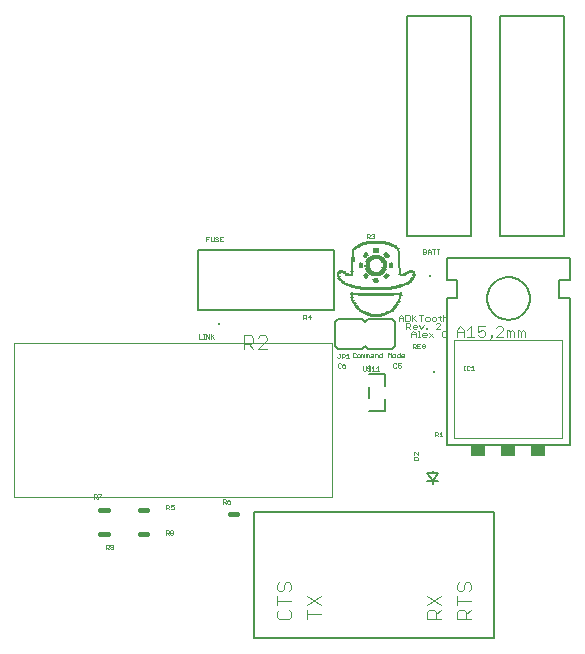
<source format=gto>
G75*
G70*
%OFA0B0*%
%FSLAX24Y24*%
%IPPOS*%
%LPD*%
%AMOC8*
5,1,8,0,0,1.08239X$1,22.5*
%
%ADD10R,0.0420X0.0030*%
%ADD11R,0.0600X0.0030*%
%ADD12R,0.0750X0.0030*%
%ADD13R,0.0270X0.0030*%
%ADD14R,0.0240X0.0030*%
%ADD15R,0.0210X0.0030*%
%ADD16R,0.0180X0.0030*%
%ADD17R,0.0150X0.0030*%
%ADD18R,0.0120X0.0030*%
%ADD19R,0.0090X0.0030*%
%ADD20R,0.1230X0.0030*%
%ADD21R,0.1740X0.0030*%
%ADD22R,0.0300X0.0030*%
%ADD23R,0.1050X0.0030*%
%ADD24R,0.1410X0.0030*%
%ADD25R,0.1650X0.0030*%
%ADD26R,0.0060X0.0030*%
%ADD27R,0.0360X0.0030*%
%ADD28R,0.0450X0.0030*%
%ADD29R,0.0540X0.0030*%
%ADD30R,0.0030X0.0030*%
%ADD31R,0.0570X0.0030*%
%ADD32R,0.0330X0.0030*%
%ADD33R,0.0480X0.0030*%
%ADD34R,0.0390X0.0030*%
%ADD35R,0.1080X0.0030*%
%ADD36R,0.0930X0.0030*%
%ADD37R,0.0660X0.0030*%
%ADD38C,0.0020*%
%ADD39C,0.0010*%
%ADD40C,0.0160*%
%ADD41C,0.0050*%
%ADD42C,0.0040*%
%ADD43C,0.0060*%
%ADD44R,0.0500X0.0350*%
%ADD45R,0.0079X0.0079*%
%ADD46C,0.0000*%
D10*
X013045Y012165D03*
X013735Y013155D03*
X012325Y013155D03*
D11*
X013045Y012195D03*
X013045Y014085D03*
D12*
X013030Y012225D03*
D13*
X012730Y012255D03*
X012310Y012945D03*
X012130Y013575D03*
X011890Y013665D03*
X013030Y014205D03*
D14*
X012835Y014055D03*
X012835Y013665D03*
X013045Y013515D03*
X013945Y013215D03*
X014185Y013665D03*
X013585Y014535D03*
X012145Y013545D03*
X012115Y013215D03*
X012655Y012285D03*
X013345Y012255D03*
D15*
X013420Y012285D03*
X013030Y013335D03*
X013030Y013365D03*
X012700Y013515D03*
X013240Y013665D03*
X013270Y013695D03*
X013390Y013515D03*
X013270Y014025D03*
X013240Y014055D03*
X013390Y014205D03*
X012700Y014205D03*
X012430Y014505D03*
X012490Y014535D03*
X013930Y013545D03*
X014050Y013605D03*
X014020Y013245D03*
D16*
X014065Y013275D03*
X014125Y013305D03*
X013405Y013545D03*
X013375Y013485D03*
X013285Y013725D03*
X013315Y013785D03*
X013315Y013965D03*
X013285Y013995D03*
X013405Y014175D03*
X013375Y014235D03*
X013045Y014295D03*
X013045Y014325D03*
X013045Y014355D03*
X013045Y014385D03*
X013045Y014415D03*
X012805Y014025D03*
X012775Y013995D03*
X012745Y013875D03*
X012745Y013845D03*
X012775Y013755D03*
X012775Y013725D03*
X012805Y013695D03*
X012685Y013545D03*
X013015Y013395D03*
X012175Y013515D03*
X012025Y013605D03*
X011995Y013275D03*
X012055Y013245D03*
X012595Y012315D03*
X013465Y012315D03*
X013525Y012345D03*
X013645Y014505D03*
X012385Y014475D03*
D17*
X012340Y014445D03*
X012670Y014175D03*
X012700Y014235D03*
X012760Y013965D03*
X012760Y013935D03*
X012760Y013905D03*
X012760Y013815D03*
X012760Y013785D03*
X012550Y013815D03*
X012550Y013845D03*
X012550Y013875D03*
X012550Y013905D03*
X012550Y013935D03*
X012700Y013485D03*
X013030Y013425D03*
X013030Y013305D03*
X013300Y013755D03*
X013330Y013815D03*
X013330Y013845D03*
X013330Y013875D03*
X013330Y013905D03*
X013330Y013935D03*
X013540Y013875D03*
X013900Y013515D03*
X014170Y013335D03*
X014200Y013365D03*
X014230Y013395D03*
X014200Y013695D03*
X013690Y014475D03*
X011950Y013305D03*
X011920Y013335D03*
X012520Y012375D03*
X012550Y012345D03*
X013570Y012375D03*
X013600Y012405D03*
X013630Y012435D03*
X013660Y012465D03*
D18*
X013675Y012495D03*
X013705Y012525D03*
X013735Y012555D03*
X013765Y012615D03*
X013795Y012675D03*
X013855Y012855D03*
X014245Y013425D03*
X014275Y013455D03*
X014305Y013515D03*
X014305Y013575D03*
X013525Y013785D03*
X013525Y013815D03*
X013525Y013845D03*
X013525Y013905D03*
X013525Y013935D03*
X013405Y014145D03*
X013375Y014265D03*
X013735Y014445D03*
X013765Y014415D03*
X013405Y013575D03*
X013375Y013455D03*
X012715Y013455D03*
X012685Y013575D03*
X012535Y013785D03*
X012235Y013665D03*
X012265Y013995D03*
X012265Y014025D03*
X012265Y014055D03*
X012265Y014085D03*
X012265Y014115D03*
X012295Y014385D03*
X012325Y014415D03*
X012715Y014265D03*
X011875Y013695D03*
X011785Y013605D03*
X011785Y013485D03*
X011815Y013425D03*
X011845Y013395D03*
X011875Y013365D03*
X012235Y012795D03*
X012265Y012705D03*
X012295Y012645D03*
X012325Y012585D03*
X012355Y012525D03*
X012385Y012495D03*
X012415Y012465D03*
X012445Y012435D03*
X012475Y012405D03*
D19*
X012340Y012555D03*
X012310Y012615D03*
X012280Y012675D03*
X012250Y012735D03*
X012250Y012765D03*
X012220Y012825D03*
X012220Y012855D03*
X012220Y012975D03*
X012220Y013605D03*
X012220Y013635D03*
X012250Y013695D03*
X012250Y013725D03*
X012250Y013755D03*
X012250Y013785D03*
X012250Y013815D03*
X012250Y013845D03*
X012250Y013875D03*
X012250Y013905D03*
X012250Y013935D03*
X012250Y013965D03*
X012280Y014145D03*
X012280Y014175D03*
X012280Y014205D03*
X012280Y014235D03*
X012280Y014265D03*
X012280Y014295D03*
X012280Y014325D03*
X012280Y014355D03*
X012670Y014145D03*
X011770Y013575D03*
X011770Y013545D03*
X011770Y013515D03*
X011800Y013455D03*
X013810Y013785D03*
X013810Y013815D03*
X013810Y013845D03*
X013810Y013875D03*
X013810Y013905D03*
X013810Y013935D03*
X013810Y013965D03*
X013810Y013995D03*
X013810Y014025D03*
X013810Y014055D03*
X013810Y014085D03*
X013810Y014115D03*
X013810Y014145D03*
X013810Y014175D03*
X013810Y014205D03*
X013810Y014235D03*
X013810Y014265D03*
X013810Y014295D03*
X013810Y014325D03*
X013780Y014355D03*
X013780Y014385D03*
X013840Y013755D03*
X013840Y013725D03*
X013840Y013695D03*
X013840Y013665D03*
X013840Y013635D03*
X013840Y013605D03*
X014290Y013605D03*
X014320Y013545D03*
X014290Y013485D03*
X013870Y012975D03*
X013840Y012825D03*
X013840Y012795D03*
X013840Y012765D03*
X013810Y012735D03*
X013810Y012705D03*
X013780Y012645D03*
X013750Y012585D03*
D20*
X013030Y012855D03*
D21*
X013045Y012885D03*
X013045Y012915D03*
D22*
X013765Y012945D03*
X013855Y013185D03*
X013945Y013575D03*
X013495Y014565D03*
X012595Y014565D03*
X011905Y013635D03*
X012205Y013185D03*
D23*
X013030Y013065D03*
D24*
X013030Y013095D03*
D25*
X013030Y013125D03*
D26*
X012715Y013425D03*
X012685Y013605D03*
X013375Y013425D03*
X012685Y014115D03*
X012715Y014295D03*
X013375Y014295D03*
D27*
X013045Y013545D03*
D28*
X013030Y013575D03*
D29*
X013045Y013605D03*
X013045Y014115D03*
D30*
X013390Y014115D03*
X013570Y013965D03*
X013390Y013605D03*
X012520Y013965D03*
D31*
X013030Y013635D03*
D32*
X014170Y013635D03*
D33*
X013045Y014145D03*
D34*
X013030Y014175D03*
D35*
X013045Y014595D03*
D36*
X013030Y014625D03*
D37*
X013045Y014655D03*
D38*
X012953Y014785D02*
X012906Y014785D01*
X012883Y014808D01*
X012829Y014785D02*
X012782Y014832D01*
X012805Y014832D02*
X012735Y014832D01*
X012735Y014785D02*
X012735Y014925D01*
X012805Y014925D01*
X012829Y014902D01*
X012829Y014855D01*
X012805Y014832D01*
X012883Y014902D02*
X012906Y014925D01*
X012953Y014925D01*
X012976Y014902D01*
X012976Y014878D01*
X012953Y014855D01*
X012976Y014832D01*
X012976Y014808D01*
X012953Y014785D01*
X012953Y014855D02*
X012929Y014855D01*
X014610Y014415D02*
X014610Y014275D01*
X014680Y014275D01*
X014703Y014298D01*
X014703Y014322D01*
X014680Y014345D01*
X014610Y014345D01*
X014680Y014345D02*
X014703Y014368D01*
X014703Y014392D01*
X014680Y014415D01*
X014610Y014415D01*
X014757Y014368D02*
X014804Y014415D01*
X014851Y014368D01*
X014851Y014275D01*
X014851Y014345D02*
X014757Y014345D01*
X014757Y014368D02*
X014757Y014275D01*
X014951Y014275D02*
X014951Y014415D01*
X014905Y014415D02*
X014998Y014415D01*
X015052Y014415D02*
X015145Y014415D01*
X015099Y014415D02*
X015099Y014275D01*
X015263Y012245D02*
X015263Y012025D01*
X015189Y012025D02*
X015153Y012062D01*
X015153Y012208D01*
X015189Y012172D02*
X015116Y012172D01*
X015042Y012135D02*
X015005Y012172D01*
X014932Y012172D01*
X014895Y012135D01*
X014895Y012062D01*
X014932Y012025D01*
X015005Y012025D01*
X015042Y012062D01*
X015042Y012135D01*
X015061Y011975D02*
X015024Y011938D01*
X015061Y011975D02*
X015135Y011975D01*
X015171Y011938D01*
X015171Y011902D01*
X015024Y011755D01*
X015171Y011755D01*
X015241Y011668D02*
X015241Y011522D01*
X015278Y011485D01*
X015351Y011485D01*
X015388Y011522D01*
X015388Y011668D02*
X015351Y011705D01*
X015278Y011705D01*
X015241Y011668D01*
X014946Y011632D02*
X014799Y011485D01*
X014725Y011558D02*
X014578Y011558D01*
X014578Y011522D02*
X014578Y011595D01*
X014615Y011632D01*
X014688Y011632D01*
X014725Y011595D01*
X014725Y011558D01*
X014688Y011485D02*
X014615Y011485D01*
X014578Y011522D01*
X014504Y011485D02*
X014431Y011485D01*
X014468Y011485D02*
X014468Y011705D01*
X014431Y011705D01*
X014361Y011755D02*
X014288Y011755D01*
X014251Y011792D01*
X014251Y011865D01*
X014288Y011902D01*
X014361Y011902D01*
X014398Y011865D01*
X014398Y011828D01*
X014251Y011828D01*
X014177Y011865D02*
X014140Y011828D01*
X014030Y011828D01*
X014030Y011755D02*
X014030Y011975D01*
X014140Y011975D01*
X014177Y011938D01*
X014177Y011865D01*
X014103Y011828D02*
X014177Y011755D01*
X014283Y011705D02*
X014210Y011632D01*
X014210Y011485D01*
X014210Y011595D02*
X014357Y011595D01*
X014357Y011632D02*
X014357Y011485D01*
X014357Y011632D02*
X014283Y011705D01*
X014545Y011755D02*
X014472Y011902D01*
X014526Y012025D02*
X014526Y012245D01*
X014453Y012245D02*
X014600Y012245D01*
X014674Y012135D02*
X014674Y012062D01*
X014711Y012025D01*
X014784Y012025D01*
X014821Y012062D01*
X014821Y012135D01*
X014784Y012172D01*
X014711Y012172D01*
X014674Y012135D01*
X014619Y011902D02*
X014545Y011755D01*
X014693Y011755D02*
X014730Y011755D01*
X014730Y011792D01*
X014693Y011792D01*
X014693Y011755D01*
X014799Y011632D02*
X014946Y011485D01*
X014658Y011242D02*
X014635Y011265D01*
X014588Y011265D01*
X014565Y011242D01*
X014565Y011148D01*
X014588Y011125D01*
X014635Y011125D01*
X014658Y011148D01*
X014658Y011195D01*
X014611Y011195D01*
X014511Y011125D02*
X014417Y011125D01*
X014417Y011265D01*
X014511Y011265D01*
X014464Y011195D02*
X014417Y011195D01*
X014363Y011195D02*
X014340Y011172D01*
X014270Y011172D01*
X014317Y011172D02*
X014363Y011125D01*
X014363Y011195D02*
X014363Y011242D01*
X014340Y011265D01*
X014270Y011265D01*
X014270Y011125D01*
X014232Y012025D02*
X014232Y012245D01*
X014158Y012208D02*
X014121Y012245D01*
X014011Y012245D01*
X014011Y012025D01*
X014121Y012025D01*
X014158Y012062D01*
X014158Y012208D01*
X014232Y012098D02*
X014379Y012245D01*
X014269Y012135D02*
X014379Y012025D01*
X013937Y012025D02*
X013937Y012172D01*
X013863Y012245D01*
X013790Y012172D01*
X013790Y012025D01*
X013790Y012135D02*
X013937Y012135D01*
X015263Y012135D02*
X015300Y012172D01*
X015373Y012172D01*
X015410Y012135D01*
X015410Y012025D01*
X015650Y011385D02*
X015650Y008135D01*
X019250Y008135D01*
X019250Y011385D01*
X015650Y011385D01*
X015960Y010535D02*
X016007Y010535D01*
X015983Y010535D02*
X015983Y010395D01*
X015960Y010395D02*
X016007Y010395D01*
X016058Y010418D02*
X016082Y010395D01*
X016128Y010395D01*
X016152Y010418D01*
X016206Y010395D02*
X016299Y010395D01*
X016252Y010395D02*
X016252Y010535D01*
X016206Y010488D01*
X016152Y010512D02*
X016128Y010535D01*
X016082Y010535D01*
X016058Y010512D01*
X016058Y010418D01*
X015199Y008325D02*
X015199Y008185D01*
X015153Y008185D02*
X015246Y008185D01*
X015153Y008278D02*
X015199Y008325D01*
X015099Y008302D02*
X015099Y008255D01*
X015075Y008232D01*
X015005Y008232D01*
X015005Y008185D02*
X015005Y008325D01*
X015075Y008325D01*
X015099Y008302D01*
X015052Y008232D02*
X015099Y008185D01*
X012138Y010795D02*
X012045Y010795D01*
X012091Y010795D02*
X012091Y010935D01*
X012045Y010888D01*
X011991Y010865D02*
X011967Y010842D01*
X011897Y010842D01*
X011897Y010795D02*
X011897Y010935D01*
X011967Y010935D01*
X011991Y010912D01*
X011991Y010865D01*
X011843Y010935D02*
X011797Y010935D01*
X011820Y010935D02*
X011820Y010818D01*
X011797Y010795D01*
X011773Y010795D01*
X011750Y010818D01*
D39*
X004030Y004580D02*
X004030Y004430D01*
X004030Y004480D02*
X004105Y004480D01*
X004130Y004505D01*
X004130Y004555D01*
X004105Y004580D01*
X004030Y004580D01*
X004080Y004480D02*
X004130Y004430D01*
X004178Y004455D02*
X004203Y004430D01*
X004253Y004430D01*
X004278Y004455D01*
X004278Y004555D01*
X004253Y004580D01*
X004203Y004580D01*
X004178Y004555D01*
X004178Y004530D01*
X004203Y004505D01*
X004278Y004505D01*
X006025Y004900D02*
X006025Y005050D01*
X006100Y005050D01*
X006125Y005025D01*
X006125Y004975D01*
X006100Y004950D01*
X006025Y004950D01*
X006075Y004950D02*
X006125Y004900D01*
X006172Y004925D02*
X006197Y004900D01*
X006247Y004900D01*
X006272Y004925D01*
X006272Y004950D01*
X006247Y004975D01*
X006197Y004975D01*
X006172Y005000D01*
X006172Y005025D01*
X006197Y005050D01*
X006247Y005050D01*
X006272Y005025D01*
X006272Y005000D01*
X006247Y004975D01*
X006197Y004975D02*
X006172Y004950D01*
X006172Y004925D01*
X006140Y005750D02*
X006090Y005800D01*
X006115Y005800D02*
X006040Y005800D01*
X006040Y005750D02*
X006040Y005900D01*
X006115Y005900D01*
X006140Y005875D01*
X006140Y005825D01*
X006115Y005800D01*
X006188Y005775D02*
X006213Y005750D01*
X006263Y005750D01*
X006288Y005775D01*
X006288Y005825D01*
X006263Y005850D01*
X006238Y005850D01*
X006188Y005825D01*
X006188Y005900D01*
X006288Y005900D01*
X007935Y005940D02*
X007935Y006090D01*
X008010Y006090D01*
X008035Y006065D01*
X008035Y006015D01*
X008010Y005990D01*
X007935Y005990D01*
X007985Y005990D02*
X008035Y005940D01*
X008082Y005965D02*
X008107Y005940D01*
X008157Y005940D01*
X008182Y005965D01*
X008182Y005990D01*
X008157Y006015D01*
X008082Y006015D01*
X008082Y005965D01*
X008082Y006015D02*
X008132Y006065D01*
X008182Y006090D01*
X003872Y006225D02*
X003772Y006125D01*
X003772Y006100D01*
X003725Y006100D02*
X003675Y006150D01*
X003700Y006150D02*
X003625Y006150D01*
X003625Y006100D02*
X003625Y006250D01*
X003700Y006250D01*
X003725Y006225D01*
X003725Y006175D01*
X003700Y006150D01*
X003772Y006250D02*
X003872Y006250D01*
X003872Y006225D01*
X007135Y011440D02*
X007235Y011440D01*
X007282Y011440D02*
X007332Y011440D01*
X007307Y011440D02*
X007307Y011590D01*
X007282Y011590D02*
X007332Y011590D01*
X007381Y011590D02*
X007481Y011440D01*
X007481Y011590D01*
X007528Y011590D02*
X007528Y011440D01*
X007528Y011490D02*
X007628Y011590D01*
X007553Y011515D02*
X007628Y011440D01*
X007381Y011440D02*
X007381Y011590D01*
X007135Y011590D02*
X007135Y011440D01*
X010615Y012090D02*
X010615Y012240D01*
X010690Y012240D01*
X010715Y012215D01*
X010715Y012165D01*
X010690Y012140D01*
X010615Y012140D01*
X010665Y012140D02*
X010715Y012090D01*
X010762Y012165D02*
X010862Y012165D01*
X010837Y012090D02*
X010837Y012240D01*
X010762Y012165D01*
X012255Y010945D02*
X012255Y010845D01*
X012280Y010820D01*
X012330Y010820D01*
X012355Y010845D01*
X012402Y010845D02*
X012427Y010820D01*
X012477Y010820D01*
X012502Y010845D01*
X012502Y010895D01*
X012477Y010920D01*
X012427Y010920D01*
X012402Y010895D01*
X012402Y010845D01*
X012355Y010945D02*
X012330Y010970D01*
X012280Y010970D01*
X012255Y010945D01*
X012550Y010920D02*
X012575Y010920D01*
X012600Y010895D01*
X012625Y010920D01*
X012650Y010895D01*
X012650Y010820D01*
X012697Y010820D02*
X012697Y010920D01*
X012722Y010920D01*
X012747Y010895D01*
X012772Y010920D01*
X012797Y010895D01*
X012797Y010820D01*
X012747Y010820D02*
X012747Y010895D01*
X012844Y010845D02*
X012869Y010870D01*
X012944Y010870D01*
X012944Y010895D02*
X012944Y010820D01*
X012869Y010820D01*
X012844Y010845D01*
X012869Y010920D02*
X012919Y010920D01*
X012944Y010895D01*
X012992Y010920D02*
X013067Y010920D01*
X013092Y010895D01*
X013092Y010820D01*
X013139Y010845D02*
X013139Y010895D01*
X013164Y010920D01*
X013239Y010920D01*
X013239Y010970D02*
X013239Y010820D01*
X013164Y010820D01*
X013139Y010845D01*
X012992Y010820D02*
X012992Y010920D01*
X012940Y010530D02*
X012940Y010380D01*
X012890Y010380D02*
X012990Y010380D01*
X013038Y010380D02*
X013138Y010380D01*
X013088Y010380D02*
X013088Y010530D01*
X013038Y010480D01*
X012940Y010530D02*
X012890Y010480D01*
X012843Y010505D02*
X012818Y010530D01*
X012768Y010530D01*
X012743Y010505D01*
X012743Y010480D01*
X012768Y010455D01*
X012818Y010455D01*
X012843Y010430D01*
X012843Y010405D01*
X012818Y010380D01*
X012768Y010380D01*
X012743Y010405D01*
X012696Y010405D02*
X012696Y010530D01*
X012793Y010555D02*
X012793Y010355D01*
X012696Y010405D02*
X012671Y010380D01*
X012621Y010380D01*
X012596Y010405D01*
X012596Y010530D01*
X012600Y010820D02*
X012600Y010895D01*
X012550Y010920D02*
X012550Y010820D01*
X012015Y010626D02*
X011965Y010601D01*
X011915Y010551D01*
X011990Y010551D01*
X012015Y010526D01*
X012015Y010501D01*
X011990Y010476D01*
X011940Y010476D01*
X011915Y010501D01*
X011915Y010551D01*
X011868Y010501D02*
X011843Y010476D01*
X011793Y010476D01*
X011768Y010501D01*
X011768Y010601D01*
X011793Y010626D01*
X011843Y010626D01*
X011868Y010601D01*
X013434Y010820D02*
X013434Y010970D01*
X013484Y010920D01*
X013534Y010970D01*
X013534Y010820D01*
X013581Y010845D02*
X013606Y010820D01*
X013656Y010820D01*
X013681Y010845D01*
X013681Y010895D01*
X013656Y010920D01*
X013606Y010920D01*
X013581Y010895D01*
X013581Y010845D01*
X013728Y010845D02*
X013728Y010895D01*
X013753Y010920D01*
X013828Y010920D01*
X013828Y010970D02*
X013828Y010820D01*
X013753Y010820D01*
X013728Y010845D01*
X013876Y010845D02*
X013876Y010895D01*
X013901Y010920D01*
X013951Y010920D01*
X013976Y010895D01*
X013976Y010870D01*
X013876Y010870D01*
X013876Y010845D02*
X013901Y010820D01*
X013951Y010820D01*
X013865Y010614D02*
X013765Y010614D01*
X013765Y010539D01*
X013815Y010564D01*
X013840Y010564D01*
X013865Y010539D01*
X013865Y010489D01*
X013840Y010464D01*
X013790Y010464D01*
X013765Y010489D01*
X013717Y010489D02*
X013692Y010464D01*
X013642Y010464D01*
X013617Y010489D01*
X013617Y010589D01*
X013642Y010614D01*
X013692Y010614D01*
X013717Y010589D01*
X014310Y007647D02*
X014285Y007622D01*
X014285Y007572D01*
X014310Y007547D01*
X014310Y007500D02*
X014285Y007475D01*
X014285Y007400D01*
X014435Y007400D01*
X014435Y007475D01*
X014410Y007500D01*
X014310Y007500D01*
X014435Y007547D02*
X014335Y007647D01*
X014310Y007647D01*
X014435Y007647D02*
X014435Y007547D01*
X007922Y014686D02*
X007822Y014686D01*
X007822Y014836D01*
X007922Y014836D01*
X007872Y014761D02*
X007822Y014761D01*
X007775Y014736D02*
X007750Y014761D01*
X007700Y014761D01*
X007675Y014786D01*
X007675Y014811D01*
X007700Y014836D01*
X007750Y014836D01*
X007775Y014811D01*
X007775Y014736D02*
X007775Y014711D01*
X007750Y014686D01*
X007700Y014686D01*
X007675Y014711D01*
X007628Y014711D02*
X007628Y014836D01*
X007528Y014836D02*
X007528Y014711D01*
X007553Y014686D01*
X007603Y014686D01*
X007628Y014711D01*
X007480Y014836D02*
X007380Y014836D01*
X007380Y014686D01*
X007380Y014761D02*
X007430Y014761D01*
D40*
X008170Y005595D02*
X008410Y005595D01*
X005410Y005745D02*
X005170Y005745D01*
X005170Y004935D02*
X005410Y004935D01*
X004090Y004935D02*
X003850Y004935D01*
X003850Y005745D02*
X004090Y005745D01*
D41*
X008970Y005675D02*
X008970Y001475D01*
X016970Y001475D01*
X016970Y005675D01*
X008970Y005675D01*
X014732Y006700D02*
X014920Y006700D01*
X014920Y006604D01*
X014920Y006700D02*
X015108Y006700D01*
X014920Y006700D02*
X015108Y006950D01*
X014920Y006950D01*
X014920Y007046D01*
X014920Y006950D02*
X014732Y006950D01*
X014920Y006700D01*
X011627Y012390D02*
X011627Y014400D01*
X007105Y014400D01*
X007105Y012390D01*
X011627Y012390D01*
X014070Y014855D02*
X016210Y014855D01*
X016210Y022205D01*
X014070Y022205D01*
X014070Y022155D01*
X014070Y014855D01*
X017170Y014855D02*
X019310Y014855D01*
X019310Y022205D01*
X017170Y022205D01*
X017170Y022155D01*
X017170Y014855D01*
D42*
X017212Y011855D02*
X017095Y011855D01*
X017037Y011797D01*
X017212Y011855D02*
X017270Y011797D01*
X017270Y011739D01*
X017037Y011505D01*
X017270Y011505D01*
X017396Y011505D02*
X017396Y011739D01*
X017454Y011739D01*
X017513Y011680D01*
X017571Y011739D01*
X017629Y011680D01*
X017629Y011505D01*
X017513Y011505D02*
X017513Y011680D01*
X017755Y011739D02*
X017755Y011505D01*
X017872Y011505D02*
X017872Y011680D01*
X017930Y011739D01*
X017988Y011680D01*
X017988Y011505D01*
X017872Y011680D02*
X017813Y011739D01*
X017755Y011739D01*
X016914Y011563D02*
X016856Y011563D01*
X016856Y011505D01*
X016914Y011505D01*
X016914Y011563D01*
X016914Y011505D02*
X016797Y011388D01*
X016672Y011563D02*
X016613Y011505D01*
X016497Y011505D01*
X016438Y011563D01*
X016438Y011680D02*
X016555Y011739D01*
X016613Y011739D01*
X016672Y011680D01*
X016672Y011563D01*
X016438Y011680D02*
X016438Y011855D01*
X016672Y011855D01*
X016196Y011855D02*
X016196Y011505D01*
X016079Y011505D02*
X016313Y011505D01*
X016079Y011739D02*
X016196Y011855D01*
X015954Y011739D02*
X015954Y011505D01*
X015954Y011680D02*
X015720Y011680D01*
X015720Y011739D02*
X015837Y011855D01*
X015954Y011739D01*
X015720Y011739D02*
X015720Y011505D01*
X009407Y011479D02*
X009330Y011555D01*
X009176Y011555D01*
X009100Y011479D01*
X008946Y011479D02*
X008946Y011325D01*
X008869Y011248D01*
X008639Y011248D01*
X008639Y011095D02*
X008639Y011555D01*
X008869Y011555D01*
X008946Y011479D01*
X008793Y011248D02*
X008946Y011095D01*
X009100Y011095D02*
X009407Y011402D01*
X009407Y011479D01*
X009407Y011095D02*
X009100Y011095D01*
X009816Y003323D02*
X009740Y003246D01*
X009740Y003093D01*
X009816Y003016D01*
X009893Y003016D01*
X009970Y003093D01*
X009970Y003246D01*
X010047Y003323D01*
X010123Y003323D01*
X010200Y003246D01*
X010200Y003093D01*
X010123Y003016D01*
X010200Y002709D02*
X009740Y002709D01*
X009740Y002862D02*
X009740Y002555D01*
X009816Y002402D02*
X009740Y002325D01*
X009740Y002172D01*
X009816Y002095D01*
X010123Y002095D01*
X010200Y002172D01*
X010200Y002325D01*
X010123Y002402D01*
X010740Y002402D02*
X010740Y002095D01*
X010740Y002248D02*
X011200Y002248D01*
X011200Y002555D02*
X010740Y002862D01*
X010740Y002555D02*
X011200Y002862D01*
X014740Y002862D02*
X015200Y002555D01*
X015200Y002402D02*
X015047Y002248D01*
X015047Y002325D02*
X015047Y002095D01*
X015200Y002095D02*
X014740Y002095D01*
X014740Y002325D01*
X014816Y002402D01*
X014970Y002402D01*
X015047Y002325D01*
X014740Y002555D02*
X015200Y002862D01*
X015740Y002862D02*
X015740Y002555D01*
X015740Y002862D01*
X015740Y002709D02*
X016200Y002709D01*
X015740Y002709D01*
X015816Y003016D02*
X015893Y003016D01*
X015970Y003093D01*
X015970Y003246D01*
X016047Y003323D01*
X016123Y003323D01*
X016200Y003246D01*
X016200Y003093D01*
X016123Y003016D01*
X016200Y003093D01*
X016200Y003246D01*
X016123Y003323D01*
X016047Y003323D01*
X015970Y003246D01*
X015970Y003093D01*
X015893Y003016D01*
X015816Y003016D01*
X015740Y003093D01*
X015740Y003246D01*
X015816Y003323D01*
X015740Y003246D01*
X015740Y003093D01*
X015816Y003016D01*
X015816Y002402D02*
X015970Y002402D01*
X016047Y002325D01*
X016047Y002095D01*
X016047Y002325D01*
X015970Y002402D01*
X015816Y002402D01*
X015740Y002325D01*
X015740Y002095D01*
X016200Y002095D01*
X015740Y002095D01*
X015740Y002325D01*
X015816Y002402D01*
X016047Y002248D02*
X016200Y002402D01*
X016047Y002248D01*
D43*
X015400Y007885D02*
X015400Y012785D01*
X015750Y012785D01*
X015750Y013385D01*
X015400Y013385D01*
X015400Y014135D01*
X019500Y014135D01*
X019500Y013385D01*
X019150Y013385D01*
X019150Y012785D01*
X019500Y012785D01*
X019500Y007885D01*
X015400Y007885D01*
X013330Y009026D02*
X013330Y009423D01*
X013330Y009026D02*
X012813Y009026D01*
X012810Y009479D02*
X012810Y009817D01*
X012813Y010264D02*
X013330Y010264D01*
X013330Y009847D01*
X013580Y011105D02*
X012780Y011105D01*
X012680Y011205D01*
X012580Y011105D01*
X011780Y011105D01*
X011680Y011205D01*
X011680Y012005D01*
X011780Y012105D01*
X012580Y012105D01*
X012680Y012005D01*
X012780Y012105D01*
X013580Y012105D01*
X013680Y012005D01*
X013680Y011205D01*
X013580Y011105D01*
X016740Y012785D02*
X016742Y012838D01*
X016748Y012891D01*
X016758Y012943D01*
X016772Y012994D01*
X016789Y013044D01*
X016810Y013093D01*
X016835Y013140D01*
X016863Y013185D01*
X016895Y013228D01*
X016930Y013268D01*
X016967Y013305D01*
X017007Y013340D01*
X017050Y013372D01*
X017095Y013400D01*
X017142Y013425D01*
X017191Y013446D01*
X017241Y013463D01*
X017292Y013477D01*
X017344Y013487D01*
X017397Y013493D01*
X017450Y013495D01*
X017503Y013493D01*
X017556Y013487D01*
X017608Y013477D01*
X017659Y013463D01*
X017709Y013446D01*
X017758Y013425D01*
X017805Y013400D01*
X017850Y013372D01*
X017893Y013340D01*
X017933Y013305D01*
X017970Y013268D01*
X018005Y013228D01*
X018037Y013185D01*
X018065Y013140D01*
X018090Y013093D01*
X018111Y013044D01*
X018128Y012994D01*
X018142Y012943D01*
X018152Y012891D01*
X018158Y012838D01*
X018160Y012785D01*
X018158Y012732D01*
X018152Y012679D01*
X018142Y012627D01*
X018128Y012576D01*
X018111Y012526D01*
X018090Y012477D01*
X018065Y012430D01*
X018037Y012385D01*
X018005Y012342D01*
X017970Y012302D01*
X017933Y012265D01*
X017893Y012230D01*
X017850Y012198D01*
X017805Y012170D01*
X017758Y012145D01*
X017709Y012124D01*
X017659Y012107D01*
X017608Y012093D01*
X017556Y012083D01*
X017503Y012077D01*
X017450Y012075D01*
X017397Y012077D01*
X017344Y012083D01*
X017292Y012093D01*
X017241Y012107D01*
X017191Y012124D01*
X017142Y012145D01*
X017095Y012170D01*
X017050Y012198D01*
X017007Y012230D01*
X016967Y012265D01*
X016930Y012302D01*
X016895Y012342D01*
X016863Y012385D01*
X016835Y012430D01*
X016810Y012477D01*
X016789Y012526D01*
X016772Y012576D01*
X016758Y012627D01*
X016748Y012679D01*
X016742Y012732D01*
X016740Y012785D01*
D44*
X016450Y007710D03*
X017450Y007710D03*
X018450Y007710D03*
D45*
X014960Y010314D03*
X014820Y013524D03*
X007789Y011925D03*
D46*
X010851Y011284D02*
X011555Y011284D01*
X011555Y010772D01*
X011555Y006666D01*
X011555Y006166D01*
X010851Y006166D01*
X003760Y006166D01*
X000965Y006166D01*
X000965Y011284D01*
X003760Y011284D01*
X010851Y011284D01*
M02*

</source>
